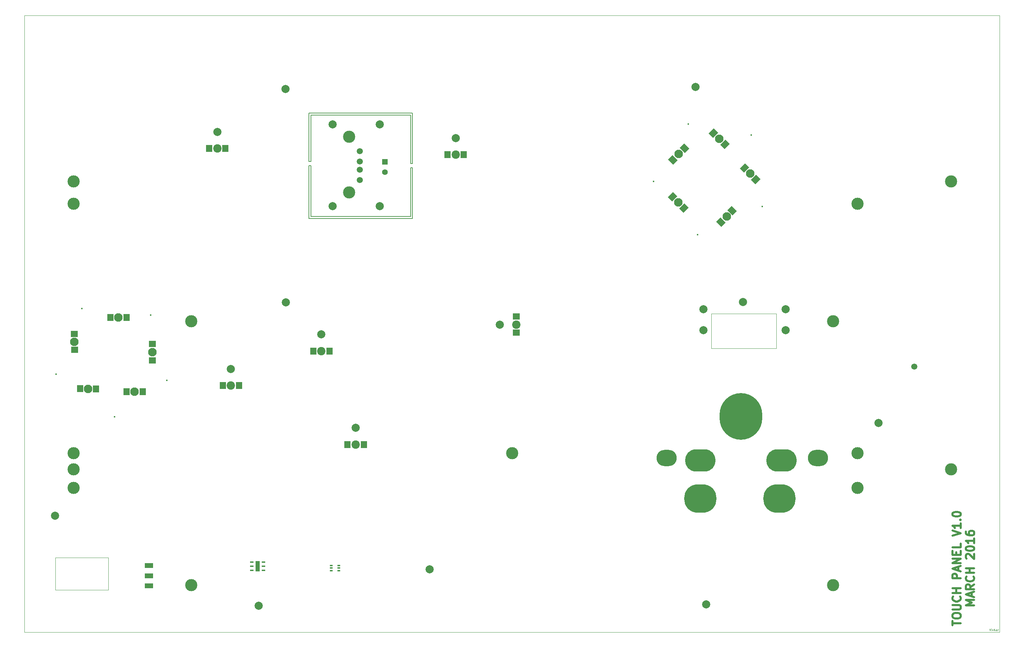
<source format=gts>
G04 (created by PCBNEW (2013-07-07 BZR 4022)-stable) date 26-03-2016 11:34:51*
%MOIN*%
G04 Gerber Fmt 3.4, Leading zero omitted, Abs format*
%FSLAX34Y34*%
G01*
G70*
G90*
G04 APERTURE LIST*
%ADD10C,0.00590551*%
%ADD11C,0.00393701*%
%ADD12C,0.019685*%
%ADD13C,0.00787402*%
%ADD14C,0.11811*%
%ADD15C,0.0591*%
%ADD16C,0.1181*%
%ADD17R,0.0787402X0.0472441*%
%ADD18C,0.0811024*%
%ADD19R,0.0590551X0.0708661*%
%ADD20C,0.0787402*%
%ADD21R,0.0708661X0.0590551*%
%ADD22R,0.055X0.055*%
%ADD23C,0.055*%
%ADD24C,0.015748*%
%ADD25C,0.0826772*%
%ADD26C,0.0590551*%
%ADD27R,0.0334646X0.0177165*%
%ADD28R,0.0393701X0.0984252*%
%ADD29R,0.0255906X0.011811*%
%ADD30O,0.19685X0.15748*%
%ADD31O,0.413386X0.452756*%
%ADD32O,0.295276X0.216535*%
%ADD33O,0.314961X0.275591*%
G04 APERTURE END LIST*
G54D10*
G54D11*
X113186Y-86260D02*
X113251Y-86457D01*
X113317Y-86260D01*
X113383Y-86457D02*
X113383Y-86326D01*
X113383Y-86260D02*
X113373Y-86270D01*
X113383Y-86279D01*
X113392Y-86270D01*
X113383Y-86260D01*
X113383Y-86279D01*
X113458Y-86326D02*
X113504Y-86457D01*
X113551Y-86326D01*
X113626Y-86457D02*
X113626Y-86260D01*
X113739Y-86457D02*
X113654Y-86345D01*
X113739Y-86260D02*
X113626Y-86373D01*
X113907Y-86457D02*
X113907Y-86354D01*
X113898Y-86335D01*
X113879Y-86326D01*
X113842Y-86326D01*
X113823Y-86335D01*
X113907Y-86448D02*
X113889Y-86457D01*
X113842Y-86457D01*
X113823Y-86448D01*
X113814Y-86429D01*
X113814Y-86410D01*
X113823Y-86392D01*
X113842Y-86382D01*
X113889Y-86382D01*
X113907Y-86373D01*
X114001Y-86457D02*
X114001Y-86326D01*
X114001Y-86363D02*
X114011Y-86345D01*
X114020Y-86335D01*
X114039Y-86326D01*
X114057Y-86326D01*
G54D12*
X109610Y-85943D02*
X109610Y-85493D01*
X110397Y-85718D02*
X109610Y-85718D01*
X109610Y-85080D02*
X109610Y-84930D01*
X109647Y-84855D01*
X109722Y-84780D01*
X109872Y-84743D01*
X110134Y-84743D01*
X110284Y-84780D01*
X110359Y-84855D01*
X110397Y-84930D01*
X110397Y-85080D01*
X110359Y-85155D01*
X110284Y-85230D01*
X110134Y-85268D01*
X109872Y-85268D01*
X109722Y-85230D01*
X109647Y-85155D01*
X109610Y-85080D01*
X109610Y-84405D02*
X110247Y-84405D01*
X110322Y-84368D01*
X110359Y-84330D01*
X110397Y-84255D01*
X110397Y-84105D01*
X110359Y-84030D01*
X110322Y-83993D01*
X110247Y-83955D01*
X109610Y-83955D01*
X110322Y-83130D02*
X110359Y-83168D01*
X110397Y-83280D01*
X110397Y-83355D01*
X110359Y-83468D01*
X110284Y-83543D01*
X110209Y-83580D01*
X110059Y-83618D01*
X109947Y-83618D01*
X109797Y-83580D01*
X109722Y-83543D01*
X109647Y-83468D01*
X109610Y-83355D01*
X109610Y-83280D01*
X109647Y-83168D01*
X109685Y-83130D01*
X110397Y-82793D02*
X109610Y-82793D01*
X109985Y-82793D02*
X109985Y-82343D01*
X110397Y-82343D02*
X109610Y-82343D01*
X110397Y-81368D02*
X109610Y-81368D01*
X109610Y-81068D01*
X109647Y-80993D01*
X109685Y-80956D01*
X109760Y-80918D01*
X109872Y-80918D01*
X109947Y-80956D01*
X109985Y-80993D01*
X110022Y-81068D01*
X110022Y-81368D01*
X110172Y-80618D02*
X110172Y-80243D01*
X110397Y-80693D02*
X109610Y-80431D01*
X110397Y-80168D01*
X110397Y-79906D02*
X109610Y-79906D01*
X110397Y-79456D01*
X109610Y-79456D01*
X109985Y-79081D02*
X109985Y-78818D01*
X110397Y-78706D02*
X110397Y-79081D01*
X109610Y-79081D01*
X109610Y-78706D01*
X110397Y-77994D02*
X110397Y-78368D01*
X109610Y-78368D01*
X109610Y-77244D02*
X110397Y-76981D01*
X109610Y-76719D01*
X110397Y-76044D02*
X110397Y-76494D01*
X110397Y-76269D02*
X109610Y-76269D01*
X109722Y-76344D01*
X109797Y-76419D01*
X109835Y-76494D01*
X110322Y-75706D02*
X110359Y-75669D01*
X110397Y-75706D01*
X110359Y-75744D01*
X110322Y-75706D01*
X110397Y-75706D01*
X109610Y-75181D02*
X109610Y-75106D01*
X109647Y-75031D01*
X109685Y-74994D01*
X109760Y-74956D01*
X109910Y-74919D01*
X110097Y-74919D01*
X110247Y-74956D01*
X110322Y-74994D01*
X110359Y-75031D01*
X110397Y-75106D01*
X110397Y-75181D01*
X110359Y-75256D01*
X110322Y-75294D01*
X110247Y-75331D01*
X110097Y-75369D01*
X109910Y-75369D01*
X109760Y-75331D01*
X109685Y-75294D01*
X109647Y-75256D01*
X109610Y-75181D01*
X111696Y-83993D02*
X110909Y-83993D01*
X111471Y-83730D01*
X110909Y-83468D01*
X111696Y-83468D01*
X111471Y-83130D02*
X111471Y-82755D01*
X111696Y-83205D02*
X110909Y-82943D01*
X111696Y-82680D01*
X111696Y-81968D02*
X111321Y-82230D01*
X111696Y-82418D02*
X110909Y-82418D01*
X110909Y-82118D01*
X110946Y-82043D01*
X110984Y-82005D01*
X111059Y-81968D01*
X111171Y-81968D01*
X111246Y-82005D01*
X111284Y-82043D01*
X111321Y-82118D01*
X111321Y-82418D01*
X111621Y-81181D02*
X111659Y-81218D01*
X111696Y-81331D01*
X111696Y-81406D01*
X111659Y-81518D01*
X111584Y-81593D01*
X111509Y-81631D01*
X111359Y-81668D01*
X111246Y-81668D01*
X111096Y-81631D01*
X111021Y-81593D01*
X110946Y-81518D01*
X110909Y-81406D01*
X110909Y-81331D01*
X110946Y-81218D01*
X110984Y-81181D01*
X111696Y-80843D02*
X110909Y-80843D01*
X111284Y-80843D02*
X111284Y-80393D01*
X111696Y-80393D02*
X110909Y-80393D01*
X110984Y-79456D02*
X110946Y-79418D01*
X110909Y-79343D01*
X110909Y-79156D01*
X110946Y-79081D01*
X110984Y-79043D01*
X111059Y-79006D01*
X111134Y-79006D01*
X111246Y-79043D01*
X111696Y-79493D01*
X111696Y-79006D01*
X110909Y-78518D02*
X110909Y-78443D01*
X110946Y-78368D01*
X110984Y-78331D01*
X111059Y-78293D01*
X111209Y-78256D01*
X111396Y-78256D01*
X111546Y-78293D01*
X111621Y-78331D01*
X111659Y-78368D01*
X111696Y-78443D01*
X111696Y-78518D01*
X111659Y-78593D01*
X111621Y-78631D01*
X111546Y-78668D01*
X111396Y-78706D01*
X111209Y-78706D01*
X111059Y-78668D01*
X110984Y-78631D01*
X110946Y-78593D01*
X110909Y-78518D01*
X111696Y-77506D02*
X111696Y-77956D01*
X111696Y-77731D02*
X110909Y-77731D01*
X111021Y-77806D01*
X111096Y-77881D01*
X111134Y-77956D01*
X110909Y-76831D02*
X110909Y-76981D01*
X110946Y-77056D01*
X110984Y-77094D01*
X111096Y-77169D01*
X111246Y-77206D01*
X111546Y-77206D01*
X111621Y-77169D01*
X111659Y-77131D01*
X111696Y-77056D01*
X111696Y-76906D01*
X111659Y-76831D01*
X111621Y-76794D01*
X111546Y-76756D01*
X111359Y-76756D01*
X111284Y-76794D01*
X111246Y-76831D01*
X111209Y-76906D01*
X111209Y-77056D01*
X111246Y-77131D01*
X111284Y-77169D01*
X111359Y-77206D01*
G54D13*
X47440Y-36417D02*
X47440Y-40944D01*
X57086Y-36417D02*
X47440Y-36417D01*
X57086Y-41141D02*
X57086Y-36417D01*
X57283Y-41141D02*
X57086Y-41141D01*
X57283Y-36220D02*
X57283Y-41141D01*
X47244Y-36220D02*
X57283Y-36220D01*
X47244Y-40944D02*
X47244Y-36220D01*
X47440Y-40944D02*
X47244Y-40944D01*
X47440Y-46259D02*
X47440Y-41338D01*
X57086Y-46259D02*
X47440Y-46259D01*
X57086Y-41535D02*
X57086Y-46259D01*
X57283Y-41535D02*
X57086Y-41535D01*
X57283Y-46456D02*
X57283Y-41535D01*
X47244Y-46456D02*
X57283Y-46456D01*
X47244Y-41338D02*
X47244Y-46456D01*
X47440Y-41338D02*
X47244Y-41338D01*
G54D11*
X19685Y-26771D02*
X19763Y-26771D01*
X19685Y-86614D02*
X19685Y-26771D01*
X114173Y-86614D02*
X19685Y-86614D01*
X114173Y-26771D02*
X114173Y-86614D01*
X19685Y-26771D02*
X114173Y-26771D01*
X86220Y-55708D02*
X86417Y-55708D01*
X86220Y-59055D02*
X86220Y-55708D01*
X92519Y-59055D02*
X86220Y-59055D01*
X92519Y-55708D02*
X92519Y-59055D01*
X86417Y-55708D02*
X92519Y-55708D01*
X22677Y-79350D02*
X22687Y-79350D01*
X22677Y-82490D02*
X22677Y-79350D01*
X27411Y-82490D02*
X22677Y-82490D01*
X27805Y-82490D02*
X27411Y-82490D01*
X27805Y-79350D02*
X27805Y-82490D01*
X22696Y-79350D02*
X27805Y-79350D01*
G54D14*
X24421Y-70814D03*
X24421Y-42858D03*
X100405Y-69240D03*
X109460Y-42862D03*
X109460Y-70814D03*
X98043Y-82035D03*
X98043Y-56444D03*
X100405Y-45027D03*
X35838Y-56444D03*
X35838Y-82035D03*
X66940Y-69240D03*
X24421Y-45027D03*
X24421Y-69240D03*
X24421Y-72586D03*
X100405Y-72586D03*
G54D15*
X52170Y-42746D03*
X52170Y-41746D03*
X52170Y-40946D03*
X52170Y-39946D03*
G54D16*
X51120Y-43946D03*
X51120Y-38546D03*
G54D17*
X31740Y-81129D03*
X31740Y-82114D03*
X31740Y-80145D03*
G54D18*
X48440Y-59318D03*
G54D19*
X47653Y-59318D03*
X49228Y-59318D03*
G54D20*
X48440Y-57704D03*
G54D18*
X39681Y-62665D03*
G54D19*
X38893Y-62665D03*
X40468Y-62665D03*
G54D20*
X39681Y-61051D03*
G54D18*
X67334Y-56759D03*
G54D21*
X67334Y-57547D03*
X67334Y-55972D03*
G54D20*
X65720Y-56759D03*
G54D18*
X61460Y-40269D03*
G54D19*
X60673Y-40269D03*
X62248Y-40269D03*
G54D20*
X61460Y-38655D03*
G54D18*
X38354Y-39669D03*
G54D19*
X37566Y-39669D03*
X39141Y-39669D03*
G54D20*
X38354Y-38055D03*
G54D18*
X51767Y-68385D03*
G54D19*
X50980Y-68385D03*
X52555Y-68385D03*
G54D20*
X51767Y-66771D03*
G54D22*
X54617Y-40954D03*
G54D23*
X54617Y-41954D03*
G54D24*
X31917Y-55826D03*
G54D25*
X32082Y-59433D03*
X30344Y-63269D03*
X25824Y-62990D03*
X24492Y-58429D03*
X28775Y-56074D03*
G54D24*
X33460Y-62153D03*
X28401Y-65696D03*
X22744Y-61559D03*
X25240Y-55188D03*
G54D21*
X32082Y-58637D03*
X32082Y-60232D03*
G54D19*
X28007Y-56078D03*
X29562Y-56078D03*
G54D21*
X24503Y-57653D03*
X24523Y-59208D03*
G54D19*
X25055Y-62968D03*
X26610Y-62988D03*
X29562Y-63263D03*
X31137Y-63263D03*
G54D24*
X80633Y-42866D03*
G54D25*
X83066Y-40199D03*
X87008Y-38715D03*
X90006Y-42109D03*
X87723Y-46276D03*
X83030Y-44912D03*
G54D24*
X84015Y-37301D03*
X90098Y-38373D03*
X91173Y-45299D03*
X84903Y-48038D03*
G54D10*
G36*
X82545Y-41221D02*
X82044Y-40720D01*
X82462Y-40302D01*
X82963Y-40803D01*
X82545Y-41221D01*
X82545Y-41221D01*
G37*
G36*
X83673Y-40093D02*
X83172Y-39592D01*
X83589Y-39174D01*
X84090Y-39676D01*
X83673Y-40093D01*
X83673Y-40093D01*
G37*
G36*
X84035Y-45410D02*
X83534Y-45911D01*
X83116Y-45494D01*
X83617Y-44993D01*
X84035Y-45410D01*
X84035Y-45410D01*
G37*
G36*
X82935Y-44311D02*
X82434Y-44812D01*
X82016Y-44394D01*
X82517Y-43893D01*
X82935Y-44311D01*
X82935Y-44311D01*
G37*
G36*
X87208Y-47276D02*
X86707Y-46774D01*
X87125Y-46357D01*
X87626Y-46858D01*
X87208Y-47276D01*
X87208Y-47276D01*
G37*
G36*
X88294Y-46162D02*
X87793Y-45661D01*
X88210Y-45243D01*
X88712Y-45744D01*
X88294Y-46162D01*
X88294Y-46162D01*
G37*
G36*
X90994Y-42626D02*
X90493Y-43128D01*
X90076Y-42710D01*
X90577Y-42209D01*
X90994Y-42626D01*
X90994Y-42626D01*
G37*
G36*
X89909Y-41513D02*
X89408Y-42014D01*
X88990Y-41596D01*
X89491Y-41095D01*
X89909Y-41513D01*
X89909Y-41513D01*
G37*
G36*
X88016Y-39230D02*
X87514Y-39731D01*
X87097Y-39314D01*
X87598Y-38813D01*
X88016Y-39230D01*
X88016Y-39230D01*
G37*
G36*
X86902Y-38117D02*
X86401Y-38618D01*
X85983Y-38200D01*
X86484Y-37699D01*
X86902Y-38117D01*
X86902Y-38117D01*
G37*
G54D26*
X105901Y-60838D03*
G54D20*
X85740Y-83905D03*
X102421Y-66299D03*
X89311Y-54551D03*
X45009Y-54586D03*
X42358Y-84031D03*
X22649Y-75314D03*
X44956Y-33913D03*
X84688Y-33704D03*
G54D27*
X41696Y-79795D03*
X41696Y-80188D03*
X41696Y-80582D03*
X42838Y-80582D03*
X42838Y-80188D03*
X42838Y-79795D03*
G54D28*
X42267Y-80200D03*
G54D29*
X49413Y-80122D03*
X49413Y-80377D03*
X49413Y-80633D03*
X50122Y-80633D03*
X50122Y-80377D03*
X50122Y-80122D03*
G54D30*
X96574Y-69685D03*
G54D31*
X89094Y-65649D03*
G54D32*
X93031Y-69944D03*
X85157Y-69944D03*
G54D33*
X85157Y-73625D03*
X92834Y-73625D03*
G54D30*
X81909Y-69685D03*
G54D20*
X58927Y-80492D03*
X49527Y-37322D03*
X49527Y-45275D03*
X54094Y-37322D03*
X54094Y-45275D03*
X85472Y-57283D03*
X93425Y-57283D03*
X93425Y-55275D03*
X85472Y-55275D03*
M02*

</source>
